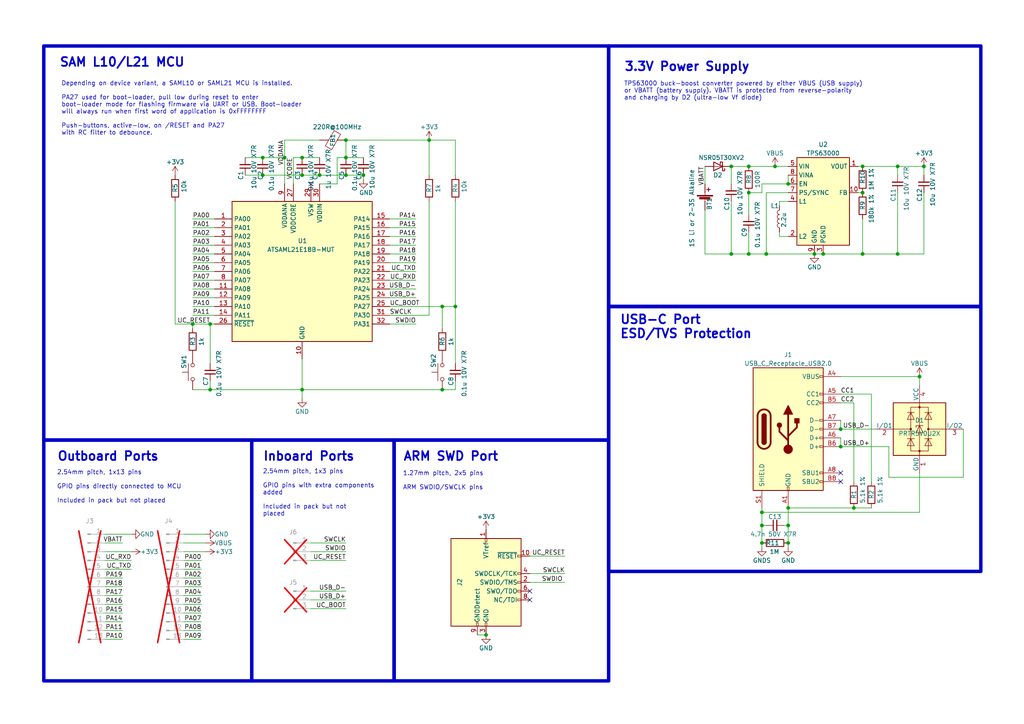
<source format=kicad_sch>
(kicad_sch (version 20230121) (generator eeschema)
  (paper "A4")
  (title_block (title "SAM-L Jackson") (date "2023-06-20") (rev "0.1") (company "Joel Michael"))
  (lib_symbols
    (symbol "Connector:Conn_01x03_Pin" (pin_names (offset 1.016) hide)
      (property "Reference" "J" (at 0 5.08 0))
      (property "Value" "Conn_01x03_Pin" (at 0 -5.08 0))
      (symbol "Conn_01x03_Pin_1_1"
        (polyline (pts (xy 1.27 -2.54) (xy 0.8636 -2.54)) (stroke (width 0.1524)))
        (polyline (pts (xy 1.27 0) (xy 0.8636 0)) (stroke (width 0.1524)))
        (polyline (pts (xy 1.27 2.54) (xy 0.8636 2.54)) (stroke (width 0.1524)))
        (rectangle (start 0.8636 -2.413) (end 0 -2.667) (stroke (width 0.1524)) (fill (type outline)))
        (rectangle (start 0.8636 0.127) (end 0 -0.127) (stroke (width 0.1524)) (fill (type outline)))
        (rectangle (start 0.8636 2.667) (end 0 2.413) (stroke (width 0.1524)) (fill (type outline)))
        (pin passive line (at 5.08 2.54 180) (length 3.81) (name "Pin_1") (number "1"))
        (pin passive line (at 5.08 0 180) (length 3.81) (name "Pin_2") (number "2"))
        (pin passive line (at 5.08 -2.54 180) (length 3.81) (name "Pin_3") (number "3"))
      )
    )
    (symbol "Connector:Conn_01x13_Pin" (pin_names (offset 1.016) hide)
      (property "Reference" "J" (at 0 17.78 0))
      (property "Value" "Conn_01x13_Pin" (at 0 -17.78 0))
      (symbol "Conn_01x13_Pin_1_1"
        (polyline (pts (xy 1.27 -15.24) (xy 0.8636 -15.24)) (stroke (width 0.1524)))
        (polyline (pts (xy 1.27 -12.7) (xy 0.8636 -12.7)) (stroke (width 0.1524)))
        (polyline (pts (xy 1.27 -10.16) (xy 0.8636 -10.16)) (stroke (width 0.1524)))
        (polyline (pts (xy 1.27 -7.62) (xy 0.8636 -7.62)) (stroke (width 0.1524)))
        (polyline (pts (xy 1.27 -5.08) (xy 0.8636 -5.08)) (stroke (width 0.1524)))
        (polyline (pts (xy 1.27 -2.54) (xy 0.8636 -2.54)) (stroke (width 0.1524)))
        (polyline (pts (xy 1.27 0) (xy 0.8636 0)) (stroke (width 0.1524)))
        (polyline (pts (xy 1.27 2.54) (xy 0.8636 2.54)) (stroke (width 0.1524)))
        (polyline (pts (xy 1.27 5.08) (xy 0.8636 5.08)) (stroke (width 0.1524)))
        (polyline (pts (xy 1.27 7.62) (xy 0.8636 7.62)) (stroke (width 0.1524)))
        (polyline (pts (xy 1.27 10.16) (xy 0.8636 10.16)) (stroke (width 0.1524)))
        (polyline (pts (xy 1.27 12.7) (xy 0.8636 12.7)) (stroke (width 0.1524)))
        (polyline (pts (xy 1.27 15.24) (xy 0.8636 15.24)) (stroke (width 0.1524)))
        (rectangle (start 0.8636 -15.113) (end 0 -15.367) (stroke (width 0.1524)) (fill (type outline)))
        (rectangle (start 0.8636 -12.573) (end 0 -12.827) (stroke (width 0.1524)) (fill (type outline)))
        (rectangle (start 0.8636 -10.033) (end 0 -10.287) (stroke (width 0.1524)) (fill (type outline)))
        (rectangle (start 0.8636 -7.493) (end 0 -7.747) (stroke (width 0.1524)) (fill (type outline)))
        (rectangle (start 0.8636 -4.953) (end 0 -5.207) (stroke (width 0.1524)) (fill (type outline)))
        (rectangle (start 0.8636 -2.413) (end 0 -2.667) (stroke (width 0.1524)) (fill (type outline)))
        (rectangle (start 0.8636 0.127) (end 0 -0.127) (stroke (width 0.1524)) (fill (type outline)))
        (rectangle (start 0.8636 2.667) (end 0 2.413) (stroke (width 0.1524)) (fill (type outline)))
        (rectangle (start 0.8636 5.207) (end 0 4.953) (stroke (width 0.1524)) (fill (type outline)))
        (rectangle (start 0.8636 7.747) (end 0 7.493) (stroke (width 0.1524)) (fill (type outline)))
        (rectangle (start 0.8636 10.287) (end 0 10.033) (stroke (width 0.1524)) (fill (type outline)))
        (rectangle (start 0.8636 12.827) (end 0 12.573) (stroke (width 0.1524)) (fill (type outline)))
        (rectangle (start 0.8636 15.367) (end 0 15.113) (stroke (width 0.1524)) (fill (type outline)))
        (pin passive line (at 5.08 15.24 180) (length 3.81) (name "Pin_1") (number "1"))
        (pin passive line (at 5.08 -7.62 180) (length 3.81) (name "Pin_10") (number "10"))
        (pin passive line (at 5.08 -10.16 180) (length 3.81) (name "Pin_11") (number "11"))
        (pin passive line (at 5.08 -12.7 180) (length 3.81) (name "Pin_12") (number "12"))
        (pin passive line (at 5.08 -15.24 180) (length 3.81) (name "Pin_13") (number "13"))
        (pin passive line (at 5.08 12.7 180) (length 3.81) (name "Pin_2") (number "2"))
        (pin passive line (at 5.08 10.16 180) (length 3.81) (name "Pin_3") (number "3"))
        (pin passive line (at 5.08 7.62 180) (length 3.81) (name "Pin_4") (number "4"))
        (pin passive line (at 5.08 5.08 180) (length 3.81) (name "Pin_5") (number "5"))
        (pin passive line (at 5.08 2.54 180) (length 3.81) (name "Pin_6") (number "6"))
        (pin passive line (at 5.08 0 180) (length 3.81) (name "Pin_7") (number "7"))
        (pin passive line (at 5.08 -2.54 180) (length 3.81) (name "Pin_8") (number "8"))
        (pin passive line (at 5.08 -5.08 180) (length 3.81) (name "Pin_9") (number "9"))
      )
    )
    (symbol "Connector:Conn_ARM_JTAG_SWD_10" (pin_names (offset 1.016))
      (property "Reference" "J" (at -2.54 16.51 0))
      (property "Value" "Conn_ARM_JTAG_SWD_10" (at -2.54 13.97 0))
      (symbol "Conn_ARM_JTAG_SWD_10_0_1"
        (rectangle (start -10.16 12.7) (end 10.16 -12.7) (stroke (width 0.254)) (fill (type background)))
        (rectangle (start -2.794 -12.7) (end -2.286 -11.684))
        (rectangle (start -0.254 -12.7) (end 0.254 -11.684))
        (rectangle (start -0.254 12.7) (end 0.254 11.684))
        (rectangle (start 9.144 2.286) (end 10.16 2.794))
        (rectangle (start 10.16 -2.794) (end 9.144 -2.286))
        (rectangle (start 10.16 -0.254) (end 9.144 0.254))
        (rectangle (start 10.16 7.874) (end 9.144 7.366))
      )
      (symbol "Conn_ARM_JTAG_SWD_10_1_1"
        (rectangle (start 9.144 -5.334) (end 10.16 -4.826))
        (pin power_in line (at 0 15.24 270) (length 2.54) (name "VTref") (number "1"))
        (pin open_collector line (at 12.7 7.62 180) (length 2.54) (name "~{RESET}") (number "10"))
        (pin bidirectional line (at 12.7 0 180) (length 2.54) (name "SWDIO/TMS") (number "2"))
        (pin power_in line (at 0 -15.24 90) (length 2.54) (name "GND") (number "3"))
        (pin output line (at 12.7 2.54 180) (length 2.54) (name "SWDCLK/TCK") (number "4"))
        (pin passive line (at 0 -15.24 90) (length 2.54) hide (name "GND") (number "5"))
        (pin input line (at 12.7 -2.54 180) (length 2.54) (name "SWO/TDO") (number "6"))
        (pin no_connect line (at -10.16 0 0) (length 2.54) hide (name "KEY") (number "7"))
        (pin output line (at 12.7 -5.08 180) (length 2.54) (name "NC/TDI") (number "8"))
        (pin passive line (at -2.54 -15.24 90) (length 2.54) (name "GNDDetect") (number "9"))
      )
    )
    (symbol "Connector:USB_C_Receptacle_USB2.0" (pin_names (offset 1.016))
      (property "Reference" "J" (at -10.16 19.05 0))
      (property "Value" "USB_C_Receptacle_USB2.0" (at 19.05 19.05 0))
      (symbol "USB_C_Receptacle_USB2.0_0_0"
        (rectangle (start -0.254 -17.78) (end 0.254 -16.764))
        (rectangle (start 10.16 -14.986) (end 9.144 -15.494))
        (rectangle (start 10.16 -12.446) (end 9.144 -12.954))
        (rectangle (start 10.16 -4.826) (end 9.144 -5.334))
        (rectangle (start 10.16 -2.286) (end 9.144 -2.794))
        (rectangle (start 10.16 0.254) (end 9.144 -0.254))
        (rectangle (start 10.16 2.794) (end 9.144 2.286))
        (rectangle (start 10.16 7.874) (end 9.144 7.366))
        (rectangle (start 10.16 10.414) (end 9.144 9.906))
        (rectangle (start 10.16 15.494) (end 9.144 14.986))
      )
      (symbol "USB_C_Receptacle_USB2.0_0_1"
        (rectangle (start -10.16 17.78) (end 10.16 -17.78) (stroke (width 0.254)) (fill (type background)))
        (arc (start -8.89 -3.81) (mid -6.985 -5.7067) (end -5.08 -3.81) (stroke (width 0.508)))
        (arc (start -7.62 -3.81) (mid -6.985 -4.4423) (end -6.35 -3.81) (stroke (width 0.254)))
        (arc (start -7.62 -3.81) (mid -6.985 -4.4423) (end -6.35 -3.81) (stroke (width 0.254)) (fill (type outline)))
        (rectangle (start -7.62 -3.81) (end -6.35 3.81) (stroke (width 0.254)) (fill (type outline)))
        (arc (start -6.35 3.81) (mid -6.985 4.4423) (end -7.62 3.81) (stroke (width 0.254)))
        (arc (start -6.35 3.81) (mid -6.985 4.4423) (end -7.62 3.81) (stroke (width 0.254)) (fill (type outline)))
        (arc (start -5.08 3.81) (mid -6.985 5.7067) (end -8.89 3.81) (stroke (width 0.508)))
        (circle (center -2.54 1.143) (radius 0.635) (stroke (width 0.254)) (fill (type outline)))
        (circle (center 0 -5.842) (radius 1.27) (fill (type outline)))
        (polyline (pts (xy -8.89 -3.81) (xy -8.89 3.81)) (stroke (width 0.508)))
        (polyline (pts (xy -5.08 3.81) (xy -5.08 -3.81)) (stroke (width 0.508)))
        (polyline (pts (xy 0 -5.842) (xy 0 4.318)) (stroke (width 0.508)))
        (polyline (pts (xy 0 -3.302) (xy -2.54 -0.762) (xy -2.54 0.508)) (stroke (width 0.508)))
        (polyline (pts (xy 0 -2.032) (xy 2.54 0.508) (xy 2.54 1.778)) (stroke (width 0.508)))
        (polyline (pts (xy -1.27 4.318) (xy 0 6.858) (xy 1.27 4.318) (xy -1.27 4.318)) (stroke (width 0.254)) (fill (type outline)))
        (rectangle (start 1.905 1.778) (end 3.175 3.048) (stroke (width 0.254)) (fill (type outline)))
      )
      (symbol "USB_C_Receptacle_USB2.0_1_1"
        (pin passive line (at 0 -22.86 90) (length 5.08) (name "GND") (number "A1"))
        (pin passive line (at 0 -22.86 90) (length 5.08) hide (name "GND") (number "A12"))
        (pin passive line (at 15.24 15.24 180) (length 5.08) (name "VBUS") (number "A4"))
        (pin bidirectional line (at 15.24 10.16 180) (length 5.08) (name "CC1") (number "A5"))
        (pin bidirectional line (at 15.24 -2.54 180) (length 5.08) (name "D+") (number "A6"))
        (pin bidirectional line (at 15.24 2.54 180) (length 5.08) (name "D-") (number "A7"))
        (pin bidirectional line (at 15.24 -12.7 180) (length 5.08) (name "SBU1") (number "A8"))
        (pin passive line (at 15.24 15.24 180) (length 5.08) hide (name "VBUS") (number "A9"))
        (pin passive line (at 0 -22.86 90) (length 5.08) hide (name "GND") (number "B1"))
        (pin passive line (at 0 -22.86 90) (length 5.08) hide (name "GND") (number "B12"))
        (pin passive line (at 15.24 15.24 180) (length 5.08) hide (name "VBUS") (number "B4"))
        (pin bidirectional line (at 15.24 7.62 180) (length 5.08) (name "CC2") (number "B5"))
        (pin bidirectional line (at 15.24 -5.08 180) (length 5.08) (name "D+") (number "B6"))
        (pin bidirectional line (at 15.24 0 180) (length 5.08) (name "D-") (number "B7"))
        (pin bidirectional line (at 15.24 -15.24 180) (length 5.08) (name "SBU2") (number "B8"))
        (pin passive line (at 15.24 15.24 180) (length 5.08) hide (name "VBUS") (number "B9"))
        (pin passive line (at -7.62 -22.86 90) (length 5.08) (name "SHIELD") (number "S1"))
      )
    )
    (symbol "Device:Battery_Cell" (pin_numbers hide) (pin_names (offset 0) hide)
      (property "Reference" "BT" (at 2.54 2.54 0))
      (property "Value" "Battery_Cell" (at 2.54 0 0))
      (symbol "Battery_Cell_0_1"
        (rectangle (start -2.286 1.778) (end 2.286 1.524) (fill (type outline)))
        (rectangle (start -1.5748 1.1938) (end 1.4732 0.6858) (fill (type outline)))
        (polyline (pts (xy 0 0.762) (xy 0 0)))
        (polyline (pts (xy 0 1.778) (xy 0 2.54)))
        (polyline (pts (xy 0.508 3.429) (xy 1.524 3.429)) (stroke (width 0.254)))
        (polyline (pts (xy 1.016 3.937) (xy 1.016 2.921)) (stroke (width 0.254)))
      )
      (symbol "Battery_Cell_1_1"
        (pin passive line (at 0 5.08 270) (length 2.54) (name "+") (number "1"))
        (pin passive line (at 0 -2.54 90) (length 2.54) (name "-") (number "2"))
      )
    )
    (symbol "Device:C_Small" (pin_numbers hide) (pin_names (offset 0.254) hide)
      (property "Reference" "C" (at 0.254 1.778 0))
      (property "Value" "C_Small" (at 0.254 -2.032 0))
      (symbol "C_Small_0_1"
        (polyline (pts (xy -1.524 -0.508) (xy 1.524 -0.508)) (stroke (width 0.3302)))
        (polyline (pts (xy -1.524 0.508) (xy 1.524 0.508)) (stroke (width 0.3048)))
      )
      (symbol "C_Small_1_1"
        (pin passive line (at 0 2.54 270) (length 2.032) (name "~") (number "1"))
        (pin passive line (at 0 -2.54 90) (length 2.032) (name "~") (number "2"))
      )
    )
    (symbol "Device:FerriteBead" (pin_numbers hide) (pin_names (offset 0))
      (property "Reference" "FB" (at -3.81 0.635 90))
      (property "Value" "FerriteBead" (at 3.81 0 90))
      (symbol "FerriteBead_0_1"
        (polyline (pts (xy 0 -1.27) (xy 0 -1.2192)))
        (polyline (pts (xy 0 1.27) (xy 0 1.2954)))
        (polyline (pts (xy -2.7686 0.4064) (xy -1.7018 2.2606) (xy 2.7686 -0.3048) (xy 1.6764 -2.159) (xy -2.7686 0.4064)))
      )
      (symbol "FerriteBead_1_1"
        (pin passive line (at 0 3.81 270) (length 2.54) (name "~") (number "1"))
        (pin passive line (at 0 -3.81 90) (length 2.54) (name "~") (number "2"))
      )
    )
    (symbol "Device:L" (pin_numbers hide) (pin_names (offset 1.016) hide)
      (property "Reference" "L" (at -1.27 0 90))
      (property "Value" "L" (at 1.905 0 90))
      (symbol "L_0_1"
        (arc (start 0 -2.54) (mid 0.6323 -1.905) (end 0 -1.27))
        (arc (start 0 -1.27) (mid 0.6323 -0.635) (end 0 0))
        (arc (start 0 0) (mid 0.6323 0.635) (end 0 1.27))
        (arc (start 0 1.27) (mid 0.6323 1.905) (end 0 2.54))
      )
      (symbol "L_1_1"
        (pin passive line (at 0 3.81 270) (length 1.27) (name "1") (number "1"))
        (pin passive line (at 0 -3.81 90) (length 1.27) (name "2") (number "2"))
      )
    )
    (symbol "Device:R" (pin_numbers hide) (pin_names (offset 0))
      (property "Reference" "R" (at 2.032 0 90))
      (property "Value" "R" (at 0 0 90))
      (symbol "R_0_1"
        (rectangle (start -1.016 -2.54) (end 1.016 2.54) (stroke (width 0.254)))
      )
      (symbol "R_1_1"
        (pin passive line (at 0 3.81 270) (length 1.27) (name "~") (number "1"))
        (pin passive line (at 0 -3.81 90) (length 1.27) (name "~") (number "2"))
      )
    )
    (symbol "Diode:MBR0530" (pin_numbers hide) (pin_names (offset 1.016) hide)
      (property "Reference" "D" (at 0 2.54 0))
      (property "Value" "MBR0530" (at 0 -2.54 0))
      (symbol "MBR0530_0_1"
        (polyline (pts (xy 1.27 0) (xy -1.27 0)))
        (polyline (pts (xy 1.27 1.27) (xy 1.27 -1.27) (xy -1.27 0) (xy 1.27 1.27)) (stroke (width 0.254)))
        (polyline (pts (xy -1.905 0.635) (xy -1.905 1.27) (xy -1.27 1.27) (xy -1.27 -1.27) (xy -0.635 -1.27) (xy -0.635 -0.635)) (stroke (width 0.254)))
      )
      (symbol "MBR0530_1_1"
        (pin passive line (at -3.81 0 0) (length 2.54) (name "K") (number "1"))
        (pin passive line (at 3.81 0 180) (length 2.54) (name "A") (number "2"))
      )
    )
    (symbol "GND_12" (power) (pin_names (offset 0))
      (property "Value" "GND_12" (at 0 -3.81 0))
      (symbol "GND_12_0_1"
        (polyline (pts (xy 0 0) (xy 0 -1.27) (xy 1.27 -1.27) (xy 0 -2.54) (xy -1.27 -1.27) (xy 0 -1.27)))
      )
      (symbol "GND_12_1_1"
        (pin power_in line (at 0 0 270) (length 0) hide (name "GND") (number "1"))
      )
    )
    (symbol "GND_2" (power) (pin_names (offset 0))
      (property "Value" "GND_2" (at 0 -3.81 0))
      (symbol "GND_2_0_1"
        (polyline (pts (xy 0 0) (xy 0 -1.27) (xy 1.27 -1.27) (xy 0 -2.54) (xy -1.27 -1.27) (xy 0 -1.27)))
      )
      (symbol "GND_2_1_1"
        (pin power_in line (at 0 0 270) (length 0) hide (name "GND") (number "1"))
      )
    )
    (symbol "MCU_Microchip_SAML:ATSAML21E18B-MUT"
      (property "Reference" "U" (at -17.78 22.86 0))
      (property "Value" "ATSAML21E18B-MUT" (at -12.7 -22.86 0))
      (symbol "ATSAML21E18B-MUT_0_1"
        (rectangle (start -20.32 20.32) (end 20.32 -20.32) (stroke (width 0.254)) (fill (type background)))
      )
      (symbol "ATSAML21E18B-MUT_1_1"
        (pin bidirectional line (at -25.4 15.24 0) (length 5.08) (name "PA00") (number "1"))
        (pin power_in line (at 0 -25.4 90) (length 5.08) (name "GND") (number "10"))
        (pin bidirectional line (at -25.4 -5.08 0) (length 5.08) (name "PA08") (number "11"))
        (pin bidirectional line (at -25.4 -7.62 0) (length 5.08) (name "PA09") (number "12"))
        (pin bidirectional line (at -25.4 -10.16 0) (length 5.08) (name "PA10") (number "13"))
        (pin bidirectional line (at -25.4 -12.7 0) (length 5.08) (name "PA11") (number "14"))
        (pin bidirectional line (at 25.4 15.24 180) (length 5.08) (name "PA14") (number "15"))
        (pin bidirectional line (at 25.4 12.7 180) (length 5.08) (name "PA15") (number "16"))
        (pin bidirectional line (at 25.4 10.16 180) (length 5.08) (name "PA16") (number "17"))
        (pin bidirectional line (at 25.4 7.62 180) (length 5.08) (name "PA17") (number "18"))
        (pin bidirectional line (at 25.4 5.08 180) (length 5.08) (name "PA18") (number "19"))
        (pin bidirectional line (at -25.4 12.7 0) (length 5.08) (name "PA01") (number "2"))
        (pin bidirectional line (at 25.4 2.54 180) (length 5.08) (name "PA19") (number "20"))
        (pin bidirectional line (at 25.4 0 180) (length 5.08) (name "PA22") (number "21"))
        (pin bidirectional line (at 25.4 -2.54 180) (length 5.08) (name "PA23") (number "22"))
        (pin bidirectional line (at 25.4 -5.08 180) (length 5.08) (name "PA24") (number "23"))
        (pin bidirectional line (at 25.4 -7.62 180) (length 5.08) (name "PA25") (number "24"))
        (pin bidirectional line (at 25.4 -10.16 180) (length 5.08) (name "PA27") (number "25"))
        (pin input line (at -25.4 -15.24 0) (length 5.08) (name "~{RESET}") (number "26"))
        (pin power_in line (at -2.54 25.4 270) (length 5.08) (name "VDDCORE") (number "27"))
        (pin passive line (at 0 -25.4 90) (length 5.08) hide (name "GND") (number "28"))
        (pin power_out line (at 2.54 25.4 270) (length 5.08) (name "VSW") (number "29"))
        (pin bidirectional line (at -25.4 10.16 0) (length 5.08) (name "PA02") (number "3"))
        (pin power_in line (at 5.08 25.4 270) (length 5.08) (name "VDDIN") (number "30"))
        (pin bidirectional line (at 25.4 -12.7 180) (length 5.08) (name "PA30") (number "31"))
        (pin bidirectional line (at 25.4 -15.24 180) (length 5.08) (name "PA31") (number "32"))
        (pin bidirectional line (at -25.4 7.62 0) (length 5.08) (name "PA03") (number "4"))
        (pin bidirectional line (at -25.4 5.08 0) (length 5.08) (name "PA04") (number "5"))
        (pin bidirectional line (at -25.4 2.54 0) (length 5.08) (name "PA05") (number "6"))
        (pin bidirectional line (at -25.4 0 0) (length 5.08) (name "PA06") (number "7"))
        (pin bidirectional line (at -25.4 -2.54 0) (length 5.08) (name "PA07") (number "8"))
        (pin power_in line (at -5.08 25.4 270) (length 5.08) (name "VDDANA") (number "9"))
      )
    )
    (symbol "Power_Protection:PRTR5V0U2X" (pin_names (offset 0))
      (property "Reference" "D" (at 2.794 8.636 0))
      (property "Value" "PRTR5V0U2X" (at 8.128 -9.398 0))
      (symbol "PRTR5V0U2X_0_1"
        (rectangle (start -7.62 -7.62) (end 7.62 7.62) (stroke (width 0.254)) (fill (type background)))
        (circle (center -2.54 0) (radius 0.254) (fill (type outline)))
        (rectangle (start -2.54 6.35) (end 2.54 -6.35))
        (circle (center 0 -6.35) (radius 0.254) (fill (type outline)))
        (polyline (pts (xy -2.54 0) (xy -7.62 0)))
        (polyline (pts (xy -1.524 -2.794) (xy -3.556 -2.794)))
        (polyline (pts (xy -1.524 4.826) (xy -3.556 4.826)))
        (polyline (pts (xy 0 -7.62) (xy 0 7.62)))
        (polyline (pts (xy 1.524 -2.794) (xy 3.556 -2.794)))
        (polyline (pts (xy 1.524 4.826) (xy 3.556 4.826)))
        (polyline (pts (xy 2.54 0) (xy 7.62 0)))
        (polyline (pts (xy 1.016 1.016) (xy -1.016 1.016) (xy -1.016 0.508)))
        (polyline (pts (xy -3.556 -4.826) (xy -1.524 -4.826) (xy -2.54 -2.794) (xy -3.556 -4.826)))
        (polyline (pts (xy -3.556 2.794) (xy -1.524 2.794) (xy -2.54 4.826) (xy -3.556 2.794)))
        (polyline (pts (xy -1.016 -1.016) (xy 1.016 -1.016) (xy 0 1.016) (xy -1.016 -1.016)))
        (polyline (pts (xy 3.556 -4.826) (xy 1.524 -4.826) (xy 2.54 -2.794) (xy 3.556 -4.826)))
        (polyline (pts (xy 3.556 2.794) (xy 1.524 2.794) (xy 2.54 4.826) (xy 3.556 2.794)))
        (circle (center 0 6.35) (radius 0.254) (fill (type outline)))
        (circle (center 2.54 0) (radius 0.254) (fill (type outline)))
      )
      (symbol "PRTR5V0U2X_1_1"
        (pin passive line (at 0 -12.7 90) (length 5.08) (name "GND") (number "1"))
        (pin passive line (at -12.7 0 0) (length 5.08) (name "I/O1") (number "2"))
        (pin passive line (at 12.7 0 180) (length 5.08) (name "I/O2") (number "3"))
        (pin passive line (at 0 12.7 270) (length 5.08) (name "VCC") (number "4"))
      )
    )
    (symbol "Regulator_Switching:TPS63000"
      (property "Reference" "U" (at -7.62 13.97 0))
      (property "Value" "TPS63000" (at 5.08 13.97 0))
      (symbol "TPS63000_0_1"
        (rectangle (start -7.62 12.7) (end 7.62 -12.7) (stroke (width 0.254)) (fill (type background)))
      )
      (symbol "TPS63000_1_1"
        (pin power_out line (at 10.16 10.16 180) (length 2.54) (name "VOUT") (number "1"))
        (pin input line (at 10.16 2.54 180) (length 2.54) (name "FB") (number "10"))
        (pin passive line (at 0 -15.24 90) (length 2.54) hide (name "PGND") (number "11"))
        (pin input line (at -10.16 -10.16 0) (length 2.54) (name "L2") (number "2"))
        (pin power_in line (at 0 -15.24 90) (length 2.54) (name "PGND") (number "3"))
        (pin input line (at -10.16 0 0) (length 2.54) (name "L1") (number "4"))
        (pin power_in line (at -10.16 10.16 0) (length 2.54) (name "VIN") (number "5"))
        (pin input line (at -10.16 5.08 0) (length 2.54) (name "EN") (number "6"))
        (pin input line (at -10.16 2.54 0) (length 2.54) (name "PS/SYNC") (number "7"))
        (pin power_in line (at -10.16 7.62 0) (length 2.54) (name "VINA") (number "8"))
        (pin power_in line (at -2.54 -15.24 90) (length 2.54) (name "GND") (number "9"))
      )
    )
    (symbol "Switch:SW_Push" (pin_numbers hide) (pin_names (offset 1.016) hide)
      (property "Reference" "SW" (at 1.27 2.54 0))
      (property "Value" "SW_Push" (at 0 -1.524 0))
      (symbol "SW_Push_0_1"
        (circle (center -2.032 0) (radius 0.508))
        (polyline (pts (xy 0 1.27) (xy 0 3.048)))
        (polyline (pts (xy 2.54 1.27) (xy -2.54 1.27)))
        (circle (center 2.032 0) (radius 0.508))
        (pin passive line (at -5.08 0 0) (length 2.54) (name "1") (number "1"))
        (pin passive line (at 5.08 0 180) (length 2.54) (name "2") (number "2"))
      )
    )
    (symbol "power:+3V3" (power) (pin_names (offset 0))
      (property "Value" "+3V3" (at 0 3.556 0))
      (symbol "+3V3_0_1"
        (polyline (pts (xy -0.762 1.27) (xy 0 2.54)))
        (polyline (pts (xy 0 0) (xy 0 2.54)))
        (polyline (pts (xy 0 2.54) (xy 0.762 1.27)))
      )
      (symbol "+3V3_1_1"
        (pin power_in line (at 0 0 90) (length 0) hide (name "+3V3") (number "1"))
      )
    )
    (symbol "power:GND" (power) (pin_names (offset 0))
      (property "Value" "GND" (at 0 -3.81 0))
      (symbol "GND_0_1"
        (polyline (pts (xy 0 0) (xy 0 -1.27) (xy 1.27 -1.27) (xy 0 -2.54) (xy -1.27 -1.27) (xy 0 -1.27)))
      )
      (symbol "GND_1_1"
        (pin power_in line (at 0 0 270) (length 0) hide (name "GND") (number "1"))
      )
    )
    (symbol "power:GNDS" (power) (pin_names (offset 0))
      (property "Value" "GNDS" (at 0 -3.81 0))
      (symbol "GNDS_0_1"
        (polyline (pts (xy 0 0) (xy 0 -1.27) (xy 1.27 -1.27) (xy 0 -2.54) (xy -1.27 -1.27) (xy 0 -1.27)))
      )
      (symbol "GNDS_1_1"
        (pin power_in line (at 0 0 270) (length 0) hide (name "GNDS") (number "1"))
      )
    )
    (symbol "power:VBUS" (power) (pin_names (offset 0))
      (property "Value" "VBUS" (at 0 3.81 0))
      (symbol "VBUS_0_1"
        (polyline (pts (xy -0.762 1.27) (xy 0 2.54)))
        (polyline (pts (xy 0 0) (xy 0 2.54)))
        (polyline (pts (xy 0 2.54) (xy 0.762 1.27)))
      )
      (symbol "VBUS_1_1"
        (pin power_in line (at 0 0 90) (length 0) hide (name "VBUS") (number "1"))
      )
    )
  )
  (junction (at 100.33 45.72))
  (junction (at 220.98 152.4))
  (junction (at 260.35 48.26))
  (junction (at 55.88 93.98))
  (junction (at 76.2 50.8))
  (junction (at 228.6 53.34))
  (junction (at 243.84 124.46))
  (junction (at 243.84 129.54))
  (junction (at 228.6 152.4))
  (junction (at 228.6 147.32))
  (junction (at 132.08 88.9))
  (junction (at 124.46 40.64))
  (junction (at 140.97 184.15))
  (junction (at 260.35 73.66))
  (junction (at 87.63 45.72))
  (junction (at 87.63 113.03))
  (junction (at 100.33 50.8))
  (junction (at 217.17 73.66))
  (junction (at 212.09 48.26))
  (junction (at 60.96 113.03))
  (junction (at 220.98 148.59))
  (junction (at 247.65 147.32))
  (junction (at 250.19 48.26))
  (junction (at 224.79 48.26))
  (junction (at 220.98 157.48))
  (junction (at 60.96 93.98))
  (junction (at 76.2 45.72))
  (junction (at 267.97 48.26))
  (junction (at 217.17 55.88))
  (junction (at 236.22 73.66))
  (junction (at 82.55 45.72))
  (junction (at 128.27 88.9))
  (junction (at 105.41 50.8))
  (junction (at 250.19 73.66))
  (junction (at 228.6 157.48))
  (junction (at 87.63 50.8))
  (junction (at 217.17 48.26))
  (junction (at 266.7 109.22))
  (junction (at 250.19 55.88))
  (junction (at 238.76 73.66))
  (junction (at 212.09 73.66))
  (junction (at 100.33 40.64))
  (junction (at 222.25 73.66))
  (junction (at 92.71 50.8))
  (junction (at 128.27 113.03))
  (no_connect (at 243.84 139.7))
  (no_connect (at 243.84 137.16))
  (no_connect (at 153.67 173.99))
  (no_connect (at 90.17 53.34))
  (no_connect (at 153.67 171.45))
  (wire (pts (xy 220.98 55.88) (xy 217.17 55.88)))
  (wire (pts (xy 128.27 88.9) (xy 132.08 88.9)))
  (wire (pts (xy 113.03 91.44) (xy 124.46 91.44)))
  (wire (pts (xy 100.33 40.64) (xy 100.33 45.72)))
  (wire (pts (xy 120.65 63.5) (xy 113.03 63.5)))
  (wire (pts (xy 30.48 167.64) (xy 35.56 167.64)))
  (wire (pts (xy 60.96 93.98) (xy 62.23 93.98)))
  (wire (pts (xy 260.35 73.66) (xy 250.19 73.66)))
  (wire (pts (xy 228.6 152.4) (xy 228.6 157.48)))
  (wire (pts (xy 153.67 161.29) (xy 163.83 161.29)))
  (wire (pts (xy 220.98 148.59) (xy 220.98 152.4)))
  (wire (pts (xy 30.48 185.42) (xy 35.56 185.42)))
  (wire (pts (xy 55.88 81.28) (xy 62.23 81.28)))
  (wire (pts (xy 76.2 45.72) (xy 82.55 45.72)))
  (wire (pts (xy 132.08 58.42) (xy 132.08 88.9)))
  (wire (pts (xy 224.79 48.26) (xy 217.17 48.26)))
  (wire (pts (xy 248.92 48.26) (xy 250.19 48.26)))
  (wire (pts (xy 55.88 91.44) (xy 62.23 91.44)))
  (wire (pts (xy 113.03 73.66) (xy 120.65 73.66)))
  (wire (pts (xy 55.88 113.03) (xy 60.96 113.03)))
  (wire (pts (xy 55.88 93.98) (xy 60.96 93.98)))
  (wire (pts (xy 113.03 81.28) (xy 120.65 81.28)))
  (wire (pts (xy 55.88 73.66) (xy 62.23 73.66)))
  (wire (pts (xy 228.6 58.42) (xy 226.06 58.42)))
  (wire (pts (xy 53.34 180.34) (xy 58.42 180.34)))
  (wire (pts (xy 53.34 172.72) (xy 58.42 172.72)))
  (wire (pts (xy 222.25 73.66) (xy 236.22 73.66)))
  (wire (pts (xy 97.79 53.34) (xy 92.71 53.34)))
  (wire (pts (xy 105.41 50.8) (xy 105.41 52.07)))
  (wire (pts (xy 87.63 45.72) (xy 92.71 45.72)))
  (wire (pts (xy 279.4 124.46) (xy 279.4 138.43)))
  (wire (pts (xy 60.96 113.03) (xy 87.63 113.03)))
  (wire (pts (xy 55.88 95.25) (xy 55.88 93.98)))
  (wire (pts (xy 55.88 86.36) (xy 62.23 86.36)))
  (wire (pts (xy 53.34 177.8) (xy 58.42 177.8)))
  (wire (pts (xy 228.6 147.32) (xy 247.65 147.32)))
  (wire (pts (xy 217.17 55.88) (xy 217.17 62.23)))
  (wire (pts (xy 113.03 88.9) (xy 128.27 88.9)))
  (wire (pts (xy 153.67 168.91) (xy 163.83 168.91)))
  (wire (pts (xy 204.47 48.26) (xy 204.47 53.34)))
  (wire (pts (xy 53.34 170.18) (xy 58.42 170.18)))
  (wire (pts (xy 236.22 73.66) (xy 238.76 73.66)))
  (wire (pts (xy 38.1 154.94) (xy 30.48 154.94)))
  (wire (pts (xy 267.97 48.26) (xy 267.97 50.8)))
  (wire (pts (xy 132.08 40.64) (xy 132.08 50.8)))
  (wire (pts (xy 30.48 175.26) (xy 35.56 175.26)))
  (wire (pts (xy 266.7 109.22) (xy 266.7 111.76)))
  (wire (pts (xy 248.92 55.88) (xy 250.19 55.88)))
  (wire (pts (xy 228.6 50.8) (xy 228.6 53.34)))
  (wire (pts (xy 59.69 160.02) (xy 53.34 160.02)))
  (wire (pts (xy 30.48 182.88) (xy 35.56 182.88)))
  (wire (pts (xy 90.17 160.02) (xy 100.33 160.02)))
  (wire (pts (xy 82.55 40.64) (xy 82.55 45.72)))
  (wire (pts (xy 212.09 58.42) (xy 212.09 73.66)))
  (wire (pts (xy 228.6 55.88) (xy 222.25 55.88)))
  (wire (pts (xy 53.34 165.1) (xy 58.42 165.1)))
  (wire (pts (xy 60.96 93.98) (xy 60.96 105.41)))
  (wire (pts (xy 220.98 152.4) (xy 222.25 152.4)))
  (wire (pts (xy 243.84 121.92) (xy 243.84 124.46)))
  (wire (pts (xy 97.79 45.72) (xy 100.33 45.72)))
  (wire (pts (xy 247.65 139.7) (xy 247.65 116.84)))
  (wire (pts (xy 217.17 73.66) (xy 222.25 73.66)))
  (wire (pts (xy 228.6 157.48) (xy 228.6 158.75)))
  (wire (pts (xy 50.8 93.98) (xy 55.88 93.98)))
  (wire (pts (xy 90.17 176.53) (xy 100.33 176.53)))
  (wire (pts (xy 124.46 40.64) (xy 132.08 40.64)))
  (wire (pts (xy 252.73 114.3) (xy 243.84 114.3)))
  (wire (pts (xy 71.12 50.8) (xy 76.2 50.8)))
  (wire (pts (xy 204.47 60.96) (xy 204.47 73.66)))
  (wire (pts (xy 53.34 185.42) (xy 58.42 185.42)))
  (wire (pts (xy 87.63 113.03) (xy 128.27 113.03)))
  (wire (pts (xy 243.84 109.22) (xy 266.7 109.22)))
  (wire (pts (xy 92.71 50.8) (xy 100.33 50.8)))
  (wire (pts (xy 100.33 40.64) (xy 124.46 40.64)))
  (wire (pts (xy 82.55 40.64) (xy 92.71 40.64)))
  (wire (pts (xy 59.69 157.48) (xy 53.34 157.48)))
  (wire (pts (xy 113.03 93.98) (xy 120.65 93.98)))
  (wire (pts (xy 226.06 58.42) (xy 226.06 59.69)))
  (wire (pts (xy 124.46 58.42) (xy 124.46 91.44)))
  (wire (pts (xy 247.65 147.32) (xy 252.73 147.32)))
  (wire (pts (xy 212.09 53.34) (xy 212.09 48.26)))
  (wire (pts (xy 30.48 170.18) (xy 35.56 170.18)))
  (wire (pts (xy 90.17 157.48) (xy 100.33 157.48)))
  (wire (pts (xy 128.27 113.03) (xy 132.08 113.03)))
  (wire (pts (xy 220.98 53.34) (xy 228.6 53.34)))
  (wire (pts (xy 128.27 95.25) (xy 128.27 88.9)))
  (wire (pts (xy 124.46 40.64) (xy 124.46 50.8)))
  (wire (pts (xy 212.09 73.66) (xy 217.17 73.66)))
  (wire (pts (xy 30.48 162.56) (xy 38.1 162.56)))
  (wire (pts (xy 260.35 73.66) (xy 267.97 73.66)))
  (wire (pts (xy 113.03 83.82) (xy 120.65 83.82)))
  (wire (pts (xy 55.88 68.58) (xy 62.23 68.58)))
  (wire (pts (xy 30.48 165.1) (xy 38.1 165.1)))
  (wire (pts (xy 76.2 50.8) (xy 87.63 50.8)))
  (wire (pts (xy 87.63 104.14) (xy 87.63 113.03)))
  (wire (pts (xy 53.34 162.56) (xy 58.42 162.56)))
  (wire (pts (xy 55.88 76.2) (xy 62.23 76.2)))
  (wire (pts (xy 55.88 78.74) (xy 62.23 78.74)))
  (wire (pts (xy 138.43 184.15) (xy 140.97 184.15)))
  (wire (pts (xy 153.67 166.37) (xy 163.83 166.37)))
  (wire (pts (xy 252.73 114.3) (xy 252.73 139.7)))
  (wire (pts (xy 224.79 48.26) (xy 228.6 48.26)))
  (wire (pts (xy 59.69 154.94) (xy 53.34 154.94)))
  (wire (pts (xy 100.33 50.8) (xy 105.41 50.8)))
  (wire (pts (xy 85.09 53.34) (xy 85.09 45.72)))
  (wire (pts (xy 243.84 124.46) (xy 254 124.46)))
  (wire (pts (xy 71.12 45.72) (xy 76.2 45.72)))
  (wire (pts (xy 30.48 177.8) (xy 35.56 177.8)))
  (wire (pts (xy 220.98 157.48) (xy 220.98 158.75)))
  (wire (pts (xy 113.03 68.58) (xy 120.65 68.58)))
  (wire (pts (xy 220.98 148.59) (xy 266.7 148.59)))
  (wire (pts (xy 113.03 86.36) (xy 120.65 86.36)))
  (wire (pts (xy 82.55 45.72) (xy 82.55 53.34)))
  (wire (pts (xy 243.84 127) (xy 243.84 129.54)))
  (wire (pts (xy 247.65 116.84) (xy 243.84 116.84)))
  (wire (pts (xy 113.03 78.74) (xy 120.65 78.74)))
  (wire (pts (xy 87.63 50.8) (xy 92.71 50.8)))
  (wire (pts (xy 227.33 152.4) (xy 228.6 152.4)))
  (wire (pts (xy 53.34 175.26) (xy 58.42 175.26)))
  (wire (pts (xy 267.97 73.66) (xy 267.97 55.88)))
  (wire (pts (xy 55.88 66.04) (xy 62.23 66.04)))
  (wire (pts (xy 113.03 76.2) (xy 120.65 76.2)))
  (wire (pts (xy 105.41 45.72) (xy 100.33 45.72)))
  (wire (pts (xy 217.17 67.31) (xy 217.17 73.66)))
  (wire (pts (xy 113.03 71.12) (xy 120.65 71.12)))
  (wire (pts (xy 228.6 147.32) (xy 228.6 152.4)))
  (wire (pts (xy 55.88 71.12) (xy 62.23 71.12)))
  (wire (pts (xy 226.06 68.58) (xy 226.06 67.31)))
  (wire (pts (xy 30.48 180.34) (xy 35.56 180.34)))
  (wire (pts (xy 87.63 113.03) (xy 87.63 115.57)))
  (wire (pts (xy 212.09 48.26) (xy 217.17 48.26)))
  (wire (pts (xy 55.88 63.5) (xy 62.23 63.5)))
  (wire (pts (xy 30.48 172.72) (xy 35.56 172.72)))
  (wire (pts (xy 50.8 58.42) (xy 50.8 93.98)))
  (wire (pts (xy 30.48 157.48) (xy 35.56 157.48)))
  (wire (pts (xy 204.47 73.66) (xy 212.09 73.66)))
  (wire (pts (xy 38.1 160.02) (xy 30.48 160.02)))
  (wire (pts (xy 257.81 138.43) (xy 257.81 129.54)))
  (wire (pts (xy 266.7 137.16) (xy 266.7 148.59)))
  (wire (pts (xy 132.08 88.9) (xy 132.08 105.41)))
  (wire (pts (xy 90.17 173.99) (xy 100.33 173.99)))
  (wire (pts (xy 250.19 73.66) (xy 238.76 73.66)))
  (wire (pts (xy 220.98 55.88) (xy 220.98 53.34)))
  (wire (pts (xy 250.19 48.26) (xy 260.35 48.26)))
  (wire (pts (xy 228.6 68.58) (xy 226.06 68.58)))
  (wire (pts (xy 260.35 48.26) (xy 267.97 48.26)))
  (wire (pts (xy 97.79 45.72) (xy 97.79 53.34)))
  (wire (pts (xy 220.98 147.32) (xy 220.98 148.59)))
  (wire (pts (xy 113.03 66.04) (xy 120.65 66.04)))
  (wire (pts (xy 55.88 83.82) (xy 62.23 83.82)))
  (wire (pts (xy 90.17 171.45) (xy 100.33 171.45)))
  (wire (pts (xy 243.84 129.54) (xy 257.81 129.54)))
  (wire (pts (xy 53.34 182.88) (xy 58.42 182.88)))
  (wire (pts (xy 250.19 63.5) (xy 250.19 73.66)))
  (wire (pts (xy 222.25 55.88) (xy 222.25 73.66)))
  (wire (pts (xy 85.09 45.72) (xy 87.63 45.72)))
  (wire (pts (xy 53.34 167.64) (xy 58.42 167.64)))
  (wire (pts (xy 220.98 152.4) (xy 220.98 157.48)))
  (wire (pts (xy 132.08 110.49) (xy 132.08 113.03)))
  (wire (pts (xy 55.88 88.9) (xy 62.23 88.9)))
  (wire (pts (xy 260.35 55.88) (xy 260.35 73.66)))
  (wire (pts (xy 279.4 138.43) (xy 257.81 138.43)))
  (wire (pts (xy 90.17 162.56) (xy 100.33 162.56)))
  (wire (pts (xy 60.96 110.49) (xy 60.96 113.03)))
  (wire (pts (xy 260.35 50.8) (xy 260.35 48.26)))
  (rectangle (start 114.3 127.635) (end 176.53 197.485) (stroke (width 1)))
  (rectangle (start 73.025 127.635) (end 114.3 197.485) (stroke (width 1)))
  (rectangle (start 12.7 13.335) (end 176.53 127.635) (stroke (width 1)))
  (rectangle (start 176.53 88.9) (end 284.48 165.735) (stroke (width 1)))
  (rectangle (start 176.53 13.335) (end 284.48 88.9) (stroke (width 1)))
  (rectangle (start 12.7 127.635) (end 73.025 197.485) (stroke (width 1)))
  (text "USB-C Port\nESD/TVS Protection" (at 179.705 98.425 0) (effects (font (size 2.54 2.54) (thickness 0.5) bold) (justify left bottom)))
  (text "1.27mm pitch, 2x5 pins\n\nARM SWDIO/SWCLK pins" (at 116.84 142.24 0) (effects (font (size 1.27 1.27)) (justify left bottom)))
  (text "SAM L10/L21 MCU" (at 17.145 19.685 0) (effects (font (size 2.54 2.54) (thickness 0.5) bold) (justify left bottom)))
  (text "TPS63000 buck-boost converter powered by either VBUS (USB supply)\nor VBATT (battery supply). VBATT is protected from reverse-polarity\nand charging by D2 (ultra-low Vf diode)" (at 180.975 29.21 0) (effects (font (size 1.27 1.27)) (justify left bottom)))
  (text "Outboard Ports" (at 16.51 133.985 0) (effects (font (size 2.54 2.54) (thickness 0.5) bold) (justify left bottom)))
  (text "2.54mm pitch, 1x13 pins\n\nGPIO pins directly connected to MCU\n\nIncluded in pack but not placed" (at 16.51 146.05 0) (effects (font (size 1.27 1.27)) (justify left bottom)))
  (text "ARM SWD Port" (at 116.84 133.985 0) (effects (font (size 2.54 2.54) (thickness 0.5) bold) (justify left bottom)))
  (text "3.3V Power Supply" (at 180.975 20.955 0) (effects (font (size 2.54 2.54) (thickness 0.5) bold) (justify left bottom)))
  (text "2.54mm pitch, 1x3 pins\n\nGPIO pins with extra components\nadded\n\nIncluded in pack but not\nplaced" (at 76.2 149.86 0) (effects (font (size 1.27 1.27)) (justify left bottom)))
  (text "Depending on device variant, a SAML10 or SAML21 MCU is installed.\n\nPA27 used for boot-loader, pull low during reset to enter\nboot-loader mode for flashing firmware via UART or USB. Boot-loader\nwill always run when first word of application is 0xFFFFFFFF\n\nPush-buttons, active-low, on /RESET and PA27\nwith RC filter to debounce." (at 17.78 39.37 0) (effects (font (size 1.27 1.27)) (justify left bottom)))
  (text "Inboard Ports" (at 76.2 133.985 0) (effects (font (size 2.54 2.54) (thickness 0.5) bold) (justify left bottom)))
  (label "PA03" (at 55.88 71.12 0))
  (label "PA02" (at 55.88 68.58 0))
  (label "PA17" (at 120.65 71.12 180))
  (label "PA01" (at 55.88 66.04 0))
  (label "USB_D-" (at 120.65 83.82 180))
  (label "SWCLK" (at 100.33 157.48 180))
  (label "PA06" (at 58.42 177.8 180))
  (label "UC_BOOT" (at 113.03 88.9 0))
  (label "UC_RXD" (at 120.65 81.28 180))
  (label "PA17" (at 35.56 172.72 180))
  (label "UC_RESET" (at 100.33 162.56 180))
  (label "PA16" (at 120.65 68.58 180))
  (label "SWDIO" (at 100.33 160.02 180))
  (label "PA05" (at 55.88 76.2 0))
  (label "CC2" (at 243.84 116.84 0))
  (label "PA19" (at 35.56 167.64 180))
  (label "USB_D+" (at 100.33 173.99 180))
  (label "SWDIO" (at 120.65 93.98 180))
  (label "UC_TXD" (at 38.1 165.1 180))
  (label "UC_RXD" (at 38.1 162.56 180))
  (label "UC_BOOT" (at 100.33 176.53 180))
  (label "PA14" (at 35.56 180.34 180))
  (label "PA04" (at 58.42 172.72 180))
  (label "PA11" (at 35.56 182.88 180))
  (label "SWCLK" (at 113.03 91.44 0))
  (label "USB_D-" (at 244.475 124.46 0))
  (label "PA09" (at 55.88 86.36 0))
  (label "PA10" (at 55.88 88.9 0))
  (label "PA14" (at 120.65 63.5 180))
  (label "PA10" (at 35.56 185.42 180))
  (label "PA07" (at 58.42 180.34 180))
  (label "SWCLK" (at 163.83 166.37 180))
  (label "PA04" (at 55.88 73.66 0))
  (label "VBATT" (at 35.56 157.48 180))
  (label "PA16" (at 35.56 175.26 180))
  (label "PA08" (at 55.88 83.82 0))
  (label "PA00" (at 55.88 63.5 0))
  (label "PA15" (at 120.65 66.04 180))
  (label "PA18" (at 120.65 73.66 180))
  (label "UC_RESET" (at 60.96 93.98 180))
  (label "PA05" (at 58.42 175.26 180))
  (label "PA18" (at 35.56 170.18 180))
  (label "PA09" (at 58.42 185.42 180))
  (label "PA06" (at 55.88 78.74 0))
  (label "UC_RESET" (at 163.83 161.29 180))
  (label "PA15" (at 35.56 177.8 180))
  (label "SWDIO" (at 163.195 168.91 180))
  (label "PA02" (at 58.42 167.64 180))
  (label "CC1" (at 243.84 114.3 0))
  (label "PA07" (at 55.88 81.28 0))
  (label "UC_TXD" (at 120.65 78.74 180))
  (label "PA11" (at 55.88 91.44 0))
  (label "PA03" (at 58.42 170.18 180))
  (label "USB_D+" (at 120.65 86.36 180))
  (label "PA00" (at 58.42 162.56 180))
  (label "VDDANA" (at 82.55 40.64 270))
  (label "PA08" (at 58.42 182.88 180))
  (label "PA01" (at 58.42 165.1 180))
  (label "USB_D-" (at 100.33 171.45 180))
  (label "PA19" (at 120.65 76.2 180))
  (label "USB_D+" (at 244.475 129.54 0))
  (label "VBATT" (at 204.47 48.26 270))
  (label "VCORE" (at 85.09 45.72 270))
  (symbol (lib_id "Device:R") (at 128.27 99.06 0) (unit 1)
    (property "Reference" "R6" (at 128.27 100.33 90) (effects (justify left)))
    (property "Value" "1k" (at 130.81 100.33 90) (effects (justify left)))
    (property "Footprint" "Resistor_SMD:R_0402_1005Metric" (effects hide))
  )
  (symbol (lib_id "Device:R") (at 224.79 157.48 90) (unit 1)
    (property "Reference" "R11" (at 226.06 157.48 90) (effects (justify left)))
    (property "Value" "1M" (at 226.06 160.02 90) (effects (justify left)))
    (property "Footprint" "Resistor_SMD:R_0402_1005Metric" (effects hide))
  )
  (symbol (lib_id "power:+3V3") (at 50.8 50.8 0) (unit 1)
    (property "Reference" "#PWR06" (effects hide))
    (property "Value" "+3V3" (at 50.8 46.99 0))
    (property "Sim.Device" "V" (effects hide))
    (property "Sim.Type" "DC" (effects hide))
    (property "Sim.Pins" "1=+" (effects hide))
    (property "Sim.Params" "dc=3.3" (effects hide))
  )
  (symbol (lib_id "Connector:Conn_01x13_Pin") (at 48.26 170.18 0) (unit 1) (dnp yes)
    (property "Reference" "J4" (at 48.895 151.13 0))
    (property "Value" "Conn_01x13_Pin" (effects hide))
    (property "Footprint" "Connector_PinHeader_2.54mm:PinHeader_1x13_P2.54mm_Vertical" (effects hide))
    (property "Sim.Enable" "0" (effects hide))
  )
  (symbol (lib_id "power:+3V3") (at 124.46 40.64 0) (unit 1)
    (property "Reference" "#PWR07" (effects hide))
    (property "Value" "+3V3" (at 124.46 36.83 0))
    (property "Sim.Device" "V" (effects hide))
    (property "Sim.Type" "DC" (effects hide))
    (property "Sim.Pins" "1=+" (effects hide))
    (property "Sim.Params" "dc=3.3" (effects hide))
  )
  (symbol (lib_id "Device:R") (at 247.65 143.51 0) (unit 1)
    (property "Reference" "R1" (at 247.65 144.78 90) (effects (justify left)))
    (property "Value" "5.1k 1%" (at 250.19 146.05 90) (effects (justify left)))
    (property "Footprint" "Resistor_SMD:R_0402_1005Metric" (effects hide))
  )
  (symbol (lib_id "power:GNDS") (at 220.98 158.75 0) (unit 1)
    (property "Reference" "#PWR01" (effects hide))
    (property "Value" "GNDS" (at 220.98 162.56 0))
    (property "Sim.Device" "V" (effects hide))
    (property "Sim.Type" "BURSTNOISE" (effects hide))
    (property "Sim.Pins" "1=+" (effects hide))
    (property "Sim.Params" "ampl=20000 tcapt=1e-07" (effects hide))
  )
  (symbol (lib_id "power:VBUS") (at 266.7 109.22 0) (unit 1)
    (property "Reference" "#PWR012" (effects hide))
    (property "Value" "VBUS" (at 266.7 105.41 0))
    (property "Sim.Device" "V" (effects hide))
    (property "Sim.Type" "DC" (effects hide))
    (property "Sim.Pins" "1=+" (effects hide))
    (property "Sim.Params" "dc=5" (effects hide))
  )
  (symbol (lib_name "GND_2") (lib_id "power:GND") (at 87.63 115.57 0) (unit 1)
    (property "Reference" "#PWR05" (effects hide))
    (property "Value" "GND" (at 87.63 119.38 0))
    (property "Sim.Device" "V" (effects hide))
    (property "Sim.Type" "DC" (effects hide))
    (property "Sim.Pins" "1=+" (effects hide))
    (property "Sim.Params" "dc=0" (effects hide))
  )
  (symbol (lib_id "Connector:Conn_01x03_Pin") (at 85.09 173.99 0) (unit 1) (dnp yes)
    (property "Reference" "J5" (at 83.82 168.91 0) (effects (justify left)))
    (property "Value" "Conn_01x03_Pin" (effects hide))
    (property "Footprint" "Connector_PinHeader_2.54mm:PinHeader_1x03_P2.54mm_Vertical" (effects hide))
    (property "Sim.Enable" "0" (effects hide))
  )
  (symbol (lib_id "Connector:Conn_ARM_JTAG_SWD_10") (at 140.97 168.91 0) (unit 1)
    (property "Reference" "J2" (at 133.35 168.91 90))
    (property "Value" "Conn_ARM_JTAG_SWD_10" (effects hide))
    (property "Footprint" "Connector_PinHeader_1.27mm:PinHeader_2x05_P1.27mm_Vertical_SMD" (effects hide))
    (property "Datasheet" "http://infocenter.arm.com/help/topic/com.arm.doc.ddi0314h/DDI0314H_coresight_components_trm.pdf" (effects hide))
    (property "Sim.Enable" "0" (effects hide))
  )
  (symbol (lib_id "Device:C_Small") (at 60.96 107.95 180) (unit 1)
    (property "Reference" "C7" (at 59.69 109.22 90) (effects (justify left)))
    (property "Value" "0.1u 10V X7R" (at 63.5 101.6 90) (effects (justify left)))
    (property "Footprint" "Capacitor_SMD:C_0402_1005Metric" (effects hide))
  )
  (symbol (lib_id "Device:R") (at 250.19 59.69 0) (unit 1)
    (property "Reference" "R9" (at 250.19 60.96 90) (effects (justify left)))
    (property "Value" "180k 1%" (at 252.73 64.77 90) (effects (justify left)))
    (property "Footprint" "Resistor_SMD:R_0402_1005Metric" (effects hide))
  )
  (symbol (lib_id "Regulator_Switching:TPS63000") (at 238.76 58.42 0) (unit 1)
    (property "Reference" "U2" (at 238.76 41.91 0))
    (property "Value" "TPS63000" (at 238.76 44.45 0))
    (property "Footprint" "Package_SON:Texas_DRC0010J_ThermalVias" (effects hide))
    (property "Datasheet" "http://www.ti.com/lit/ds/symlink/tps63000.pdf" (effects hide))
  )
  (symbol (lib_id "Device:R") (at 55.88 99.06 0) (unit 1)
    (property "Reference" "R3" (at 55.88 100.33 90) (effects (justify left)))
    (property "Value" "1k" (at 58.42 100.33 90) (effects (justify left)))
    (property "Footprint" "Resistor_SMD:R_0402_1005Metric" (effects hide))
  )
  (symbol (lib_id "Connector:Conn_01x03_Pin") (at 85.09 160.02 0) (unit 1) (dnp yes)
    (property "Reference" "J6" (at 83.82 154.305 0) (effects (justify left)))
    (property "Value" "Conn_01x03_Pin" (effects hide))
    (property "Footprint" "Connector_PinHeader_2.54mm:PinHeader_1x03_P2.54mm_Vertical" (effects hide))
    (property "Sim.Enable" "0" (effects hide))
  )
  (symbol (lib_id "Device:C_Small") (at 71.12 48.26 180) (unit 1)
    (property "Reference" "C1" (at 69.85 49.53 90) (effects (justify left)))
    (property "Value" "10u 10V X7R" (at 73.66 41.91 90) (effects (justify left)))
    (property "Footprint" "Capacitor_SMD:C_0603_1608Metric" (effects hide))
  )
  (symbol (lib_id "power:GND") (at 59.69 154.94 90) (unit 1)
    (property "Reference" "#PWR09" (effects hide))
    (property "Value" "GND" (at 62.23 154.94 90) (effects (justify right)))
  )
  (symbol (lib_id "Connector:Conn_01x13_Pin") (at 25.4 170.18 0) (unit 1) (dnp yes)
    (property "Reference" "J3" (at 26.035 151.13 0))
    (property "Value" "Conn_01x13_Pin" (effects hide))
    (property "Footprint" "Connector_PinHeader_2.54mm:PinHeader_1x13_P2.54mm_Vertical" (effects hide))
    (property "Sim.Enable" "0" (effects hide))
  )
  (symbol (lib_name "GND_2") (lib_id "power:GND") (at 140.97 184.15 0) (unit 1)
    (property "Reference" "#PWR010" (effects hide))
    (property "Value" "GND" (at 140.97 187.96 0))
    (property "Sim.Device" "V" (effects hide))
    (property "Sim.Type" "DC" (effects hide))
    (property "Sim.Pins" "1=+" (effects hide))
    (property "Sim.Params" "dc=\"\"" (effects hide))
  )
  (symbol (lib_id "MCU_Microchip_SAML:ATSAML21E18B-MUT") (at 87.63 78.74 0) (unit 1)
    (property "Reference" "U1" (at 86.36 69.85 0) (effects (justify left)))
    (property "Value" "ATSAML21E18B-MUT" (at 77.47 72.39 0) (effects (justify left)))
    (property "Footprint" "Package_DFN_QFN:QFN-32-1EP_5x5mm_P0.5mm_EP3.45x3.45mm" (effects hide))
    (property "Datasheet" "http://ww1.microchip.com/downloads/en/DeviceDoc/60001477A.pdf" (effects hide))
  )
  (symbol (lib_id "Device:C_Small") (at 87.63 48.26 180) (unit 1)
    (property "Reference" "C3" (at 86.36 49.53 90) (effects (justify left)))
    (property "Value" "0.1u 10V X7R" (at 90.17 41.91 90) (effects (justify left)))
    (property "Footprint" "Capacitor_SMD:C_0402_1005Metric" (effects hide))
  )
  (symbol (lib_id "power:VBUS") (at 224.79 48.26 0) (unit 1)
    (property "Reference" "#PWR013" (effects hide))
    (property "Value" "VBUS" (at 224.79 44.45 0))
    (property "Sim.Device" "V" (effects hide))
    (property "Sim.Type" "DC" (effects hide))
    (property "Sim.Pins" "1=+" (effects hide))
    (property "Sim.Params" "dc=5" (effects hide))
  )
  (symbol (lib_id "Device:C_Small") (at 217.17 64.77 180) (unit 1)
    (property "Reference" "C9" (at 215.9 66.04 90) (effects (justify left)))
    (property "Value" "0.1u 10V X7R" (at 219.71 58.42 90) (effects (justify left)))
    (property "Footprint" "Capacitor_SMD:C_0402_1005Metric" (effects hide))
  )
  (symbol (lib_id "Device:C_Small") (at 267.97 53.34 180) (unit 1)
    (property "Reference" "C12" (at 266.7 54.61 90) (effects (justify left)))
    (property "Value" "10u 10V X7R" (at 270.51 46.99 90) (effects (justify left)))
    (property "Footprint" "Capacitor_SMD:C_0603_1608Metric" (effects hide))
  )
  (symbol (lib_id "power:+3V3") (at 140.97 153.67 0) (unit 1)
    (property "Reference" "#PWR016" (effects hide))
    (property "Value" "+3V3" (at 140.97 149.86 0))
    (property "Sim.Device" "V" (effects hide))
    (property "Sim.Type" "DC" (effects hide))
    (property "Sim.Pins" "1=+" (effects hide))
    (property "Sim.Params" "dc=3.3" (effects hide))
  )
  (symbol (lib_id "power:+3V3") (at 38.1 160.02 270) (unit 1)
    (property "Reference" "#PWR017" (effects hide))
    (property "Value" "+3V3" (at 40.64 160.02 90) (effects (justify left)))
  )
  (symbol (lib_id "power:GND") (at 236.22 73.66 0) (unit 1)
    (property "Reference" "#PWR011" (effects hide))
    (property "Value" "GND" (at 236.22 77.47 0))
    (property "Sim.Device" "V" (effects hide))
    (property "Sim.Type" "DC" (effects hide))
    (property "Sim.Pins" "1=+" (effects hide))
    (property "Sim.Params" "dc=0" (effects hide))
  )
  (symbol (lib_id "Device:L") (at 226.06 63.5 180) (unit 1)
    (property "Reference" "L1" (at 223.52 59.69 0) (effects (justify right)))
    (property "Value" "2.2u" (at 227.33 66.04 90) (effects (justify right)))
    (property "Footprint" "Inductor_SMD:L_1008_2520Metric" (effects hide))
  )
  (symbol (lib_id "Device:R") (at 252.73 143.51 0) (unit 1)
    (property "Reference" "R2" (at 252.73 144.78 90) (effects (justify left)))
    (property "Value" "5.1k 1%" (at 255.27 146.05 90) (effects (justify left)))
    (property "Footprint" "Resistor_SMD:R_0402_1005Metric" (effects hide))
  )
  (symbol (lib_id "Switch:SW_Push") (at 128.27 107.95 90) (mirror x) (unit 1)
    (property "Reference" "SW2" (at 125.73 106.68 0) (effects (justify right)))
    (property "Value" "BOOT" (effects hide))
    (property "Footprint" "Button_Switch_SMD:SW_Push_SPST_NO_Alps_SKRK" (effects hide))
  )
  (symbol (lib_id "power:GND") (at 38.1 154.94 90) (unit 1)
    (property "Reference" "#PWR08" (effects hide))
    (property "Value" "GND" (at 40.64 154.94 90) (effects (justify right)))
  )
  (symbol (lib_id "Switch:SW_Push") (at 55.88 107.95 90) (unit 1)
    (property "Reference" "SW1" (at 53.34 102.87 0) (effects (justify right)))
    (property "Value" "RESET" (effects hide))
    (property "Footprint" "Button_Switch_SMD:SW_Push_SPST_NO_Alps_SKRK" (effects hide))
    (property "Sim.Device" "SW" (effects hide))
    (property "Sim.Type" "V" (effects hide))
    (property "Sim.Pins" "1=ctrl+ 2=ctrl-" (effects hide))
  )
  (symbol (lib_id "Device:C_Small") (at 260.35 53.34 180) (unit 1)
    (property "Reference" "C11" (at 259.08 54.61 90) (effects (justify left)))
    (property "Value" "10u 10V X7R" (at 262.89 48.26 90) (effects (justify left)))
    (property "Footprint" "Capacitor_SMD:C_0603_1608Metric" (effects hide))
  )
  (symbol (lib_id "Device:R") (at 132.08 54.61 0) (unit 1)
    (property "Reference" "R4" (at 132.08 55.88 90) (effects (justify left)))
    (property "Value" "10k" (at 134.62 55.88 90) (effects (justify left)))
    (property "Footprint" "Resistor_SMD:R_0402_1005Metric" (effects hide))
  )
  (symbol (lib_id "Device:C_Small") (at 132.08 107.95 180) (unit 1)
    (property "Reference" "C8" (at 130.81 109.22 90) (effects (justify left)))
    (property "Value" "0.1u 10V X7R" (at 134.62 101.6 90) (effects (justify left)))
    (property "Footprint" "Capacitor_SMD:C_0402_1005Metric" (effects hide))
  )
  (symbol (lib_id "power:GND") (at 228.6 158.75 0) (unit 1)
    (property "Reference" "#PWR02" (effects hide))
    (property "Value" "GND" (at 228.6 162.56 0))
    (property "Sim.Device" "V" (effects hide))
    (property "Sim.Type" "DC" (effects hide))
    (property "Sim.Pins" "1=+" (effects hide))
    (property "Sim.Params" "dc=0" (effects hide))
  )
  (symbol (lib_id "Connector:USB_C_Receptacle_USB2.0") (at 228.6 124.46 0) (unit 1)
    (property "Reference" "J1" (at 228.6 102.87 0))
    (property "Value" "USB_C_Receptacle_USB2.0" (at 228.6 105.41 0))
    (property "Footprint" "Connector_USB:USB_C_Receptacle_G-Switch_GT-USB-7010ASV" (effects hide))
    (property "Datasheet" "https://www.usb.org/sites/default/files/documents/usb_type-c.zip" (effects hide))
    (property "Sim.Enable" "0" (effects hide))
  )
  (symbol (lib_id "Device:C_Small") (at 76.2 48.26 180) (unit 1)
    (property "Reference" "C2" (at 75.565 49.53 90) (effects (justify left)))
    (property "Value" "0.1u 10V X7R" (at 78.74 41.91 90) (effects (justify left)))
    (property "Footprint" "Capacitor_SMD:C_0402_1005Metric" (effects hide))
  )
  (symbol (lib_id "Device:FerriteBead") (at 96.52 40.64 270) (unit 1)
    (property "Reference" "FB1" (at 96.52 40.64 0))
    (property "Value" "220R@100MHz" (at 97.79 36.83 90))
    (property "Footprint" "Inductor_SMD:L_0603_1608Metric" (effects hide))
    (property "Datasheet" "GBK160808T-221Y-N " (effects hide))
    (property "Sim.Device" "L" (effects hide))
    (property "Sim.Pins" "1=+ 2=-" (effects hide))
    (property "Sim.Params" "l=1" (effects hide))
  )
  (symbol (lib_id "Device:C_Small") (at 224.79 152.4 90) (unit 1)
    (property "Reference" "C13" (at 226.695 149.86 90) (effects (justify left)))
    (property "Value" "4.7n 50V X7R" (at 231.14 154.94 90) (effects (justify left)))
    (property "Footprint" "Capacitor_SMD:C_0402_1005Metric" (effects hide))
  )
  (symbol (lib_id "power:+3V3") (at 267.97 48.26 0) (unit 1)
    (property "Reference" "#PWR018" (effects hide))
    (property "Value" "+3V3" (at 267.97 44.45 0))
  )
  (symbol (lib_id "Device:C_Small") (at 212.09 55.88 180) (unit 1)
    (property "Reference" "C10" (at 210.82 57.15 90) (effects (justify left)))
    (property "Value" "10u 10V X7R" (at 214.63 49.53 90) (effects (justify left)))
    (property "Footprint" "Capacitor_SMD:C_0603_1608Metric" (effects hide))
  )
  (symbol (lib_id "Diode:MBR0530") (at 208.28 48.26 180) (unit 1)
    (property "Reference" "D2" (at 209.55 50.8 0) (effects (justify left)))
    (property "Value" "NSR05T30XV2" (at 215.9 45.72 0) (effects (justify left)))
    (property "Footprint" "Diode_SMD:D_SOD-523" (effects hide))
    (property "Datasheet" "https://au.mouser.com/datasheet/2/308/1/NSR05T30XV2_D-2318398.pdf" (effects hide))
    (property "Sim.Device" "D" (effects hide))
    (property "Sim.Pins" "1=K 2=A" (effects hide))
  )
  (symbol (lib_id "Device:C_Small") (at 100.33 48.26 180) (unit 1)
    (property "Reference" "C5" (at 99.06 49.53 90) (effects (justify left)))
    (property "Value" "0.1u 10V X7R" (at 102.87 41.91 90) (effects (justify left)))
    (property "Footprint" "Capacitor_SMD:C_0402_1005Metric" (effects hide))
  )
  (symbol (lib_id "Device:C_Small") (at 92.71 48.26 180) (unit 1)
    (property "Reference" "C4" (at 91.44 49.53 90) (effects (justify left)))
    (property "Value" "1u 10V X7R" (at 95.25 43.18 90) (effects (justify left)))
    (property "Footprint" "Capacitor_SMD:C_0402_1005Metric" (effects hide))
  )
  (symbol (lib_id "Device:R") (at 50.8 54.61 0) (unit 1)
    (property "Reference" "R5" (at 50.8 55.88 90) (effects (justify left)))
    (property "Value" "10k" (at 53.34 55.88 90) (effects (justify left)))
    (property "Footprint" "Resistor_SMD:R_0402_1005Metric" (effects hide))
  )
  (symbol (lib_id "Device:R") (at 250.19 52.07 0) (unit 1)
    (property "Reference" "R10" (at 250.19 53.34 90) (effects (justify left)))
    (property "Value" "1M 1%" (at 252.73 55.245 90) (effects (justify left)))
    (property "Footprint" "Resistor_SMD:R_0402_1005Metric" (effects hide))
  )
  (symbol (lib_id "power:VBUS") (at 59.69 157.48 270) (unit 1)
    (property "Reference" "#PWR015" (effects hide))
    (property "Value" "VBUS" (at 62.23 157.48 90) (effects (justify left)))
  )
  (symbol (lib_id "Device:R") (at 124.46 54.61 0) (unit 1)
    (property "Reference" "R7" (at 124.46 55.88 90) (effects (justify left)))
    (property "Value" "1k" (at 127 55.88 90) (effects (justify left)))
    (property "Footprint" "Resistor_SMD:R_0402_1005Metric" (effects hide))
  )
  (symbol (lib_id "power:+3V3") (at 59.69 160.02 270) (unit 1)
    (property "Reference" "#PWR014" (effects hide))
    (property "Value" "+3V3" (at 62.23 160.02 90) (effects (justify left)))
  )
  (symbol (lib_id "Device:C_Small") (at 105.41 48.26 180) (unit 1)
    (property "Reference" "C6" (at 104.14 49.53 90) (effects (justify left)))
    (property "Value" "10u 10V X7R" (at 107.95 41.91 90) (effects (justify left)))
    (property "Footprint" "Capacitor_SMD:C_0603_1608Metric" (effects hide))
  )
  (symbol (lib_id "Power_Protection:PRTR5V0U2X") (at 266.7 124.46 0) (unit 1)
    (property "Reference" "D1" (at 266.7 121.92 0))
    (property "Value" "PRTR5V0U2X" (at 266.7 125.73 0))
    (property "Footprint" "Package_TO_SOT_SMD:SOT-143" (effects hide))
    (property "Datasheet" "https://assets.nexperia.com/documents/data-sheet/PRTR5V0U2X.pdf" (effects hide))
    (property "Sim.Device" "D" (effects hide))
    (property "Sim.Pins" "1=A 2=K" (effects hide))
  )
  (symbol (lib_id "Device:R") (at 217.17 52.07 0) (unit 1)
    (property "Reference" "R8" (at 217.17 53.34 90) (effects (justify left)))
    (property "Value" "100R" (at 219.71 54.61 90) (effects (justify left)))
    (property "Footprint" "Resistor_SMD:R_0402_1005Metric" (effects hide))
  )
  (symbol (lib_name "GND_12") (lib_id "power:GND") (at 105.41 52.07 0) (unit 1)
    (property "Reference" "#PWR04" (effects hide))
    (property "Value" "GND" (at 104.14 55.88 0) (effects (justify left)))
    (property "Sim.Device" "V" (effects hide))
    (property "Sim.Type" "DC" (effects hide))
    (property "Sim.Pins" "1=+" (effects hide))
    (property "Sim.Params" "dc=0" (effects hide))
  )
  (symbol (lib_id "Device:Battery_Cell") (at 204.47 58.42 0) (unit 1) (in_bom no) (on_board no)
    (property "Reference" "BT1" (at 205.74 60.96 90) (effects (justify left)))
    (property "Value" "1S Li or 2-3S Alkaline" (at 200.66 71.755 90) (effects (justify left)))
    (property "Sim.Device" "V" (effects hide))
    (property "Sim.Type" "DC" (effects hide))
    (property "Sim.Pins" "1=+ 2=-" (effects hide))
    (property "Sim.Params" "dc=3" (effects hide))
  )
)
</source>
